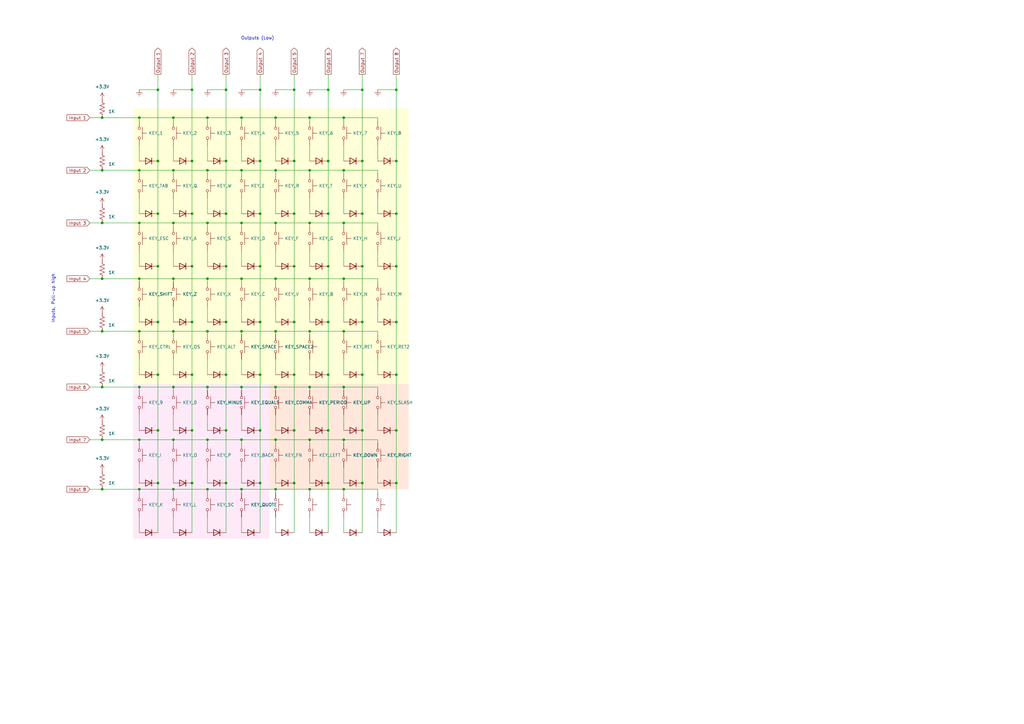
<source format=kicad_sch>
(kicad_sch (version 20250114) (generator "eeschema") (generator_version "9.0")
  (paper "A3")
  (title_block (title "8x8 (Logical) Matrix View"))
  (rectangle (start 110.49 157.48) (end 167.64 200.66) (stroke (width -0.0001)) (fill (type color) (color 255 106 27 0.16)))
  (rectangle (start 54.61 157.48) (end 110.49 220.98) (stroke (width -0.0001)) (fill (type color) (color 239 32 177 0.1)))
  (rectangle (start 54.61 44.45) (end 167.64 157.48) (stroke (width -0.0001)) (fill (type color) (color 255 253 7 0.16)))
  (text "Outputs (Low)" (at 105.664 15.748 0) (effects (font (size 1.27 1.27))))
  (text "Inputs, Pull-up high" (at 21.844 122.428 90) (effects (font (size 1.27 1.27))))
  (junction (at 134.62 198.12))
  (junction (at 148.59 176.53))
  (junction (at 57.15 200.66))
  (junction (at 71.12 180.34))
  (junction (at 99.06 69.85))
  (junction (at 148.59 109.22))
  (junction (at 64.77 36.83))
  (junction (at 64.77 198.12))
  (junction (at 57.15 180.34))
  (junction (at 64.77 153.67))
  (junction (at 92.71 109.22))
  (junction (at 162.56 176.53))
  (junction (at 127 114.3))
  (junction (at 85.09 135.89))
  (junction (at 134.62 132.08))
  (junction (at 134.62 87.63))
  (junction (at 148.59 198.12))
  (junction (at 41.91 114.3))
  (junction (at 41.91 135.89))
  (junction (at 57.15 91.44))
  (junction (at 127 180.34))
  (junction (at 99.06 180.34))
  (junction (at 106.68 198.12))
  (junction (at 127 135.89))
  (junction (at 120.65 36.83))
  (junction (at 85.09 48.26))
  (junction (at 162.56 87.63))
  (junction (at 113.03 48.26))
  (junction (at 41.91 91.44))
  (junction (at 148.59 66.04))
  (junction (at 41.91 69.85))
  (junction (at 85.09 158.75))
  (junction (at 64.77 87.63))
  (junction (at 127 48.26))
  (junction (at 99.06 158.75))
  (junction (at 134.62 153.67))
  (junction (at 127 158.75))
  (junction (at 92.71 87.63))
  (junction (at 140.97 91.44))
  (junction (at 64.77 132.08))
  (junction (at 71.12 135.89))
  (junction (at 85.09 114.3))
  (junction (at 78.74 153.67))
  (junction (at 71.12 69.85))
  (junction (at 113.03 180.34))
  (junction (at 127 200.66))
  (junction (at 113.03 91.44))
  (junction (at 120.65 87.63))
  (junction (at 41.91 158.75))
  (junction (at 57.15 48.26))
  (junction (at 148.59 132.08))
  (junction (at 162.56 66.04))
  (junction (at 106.68 132.08))
  (junction (at 162.56 198.12))
  (junction (at 99.06 135.89))
  (junction (at 41.91 180.34))
  (junction (at 148.59 153.67))
  (junction (at 106.68 66.04))
  (junction (at 64.77 109.22))
  (junction (at 85.09 91.44))
  (junction (at 64.77 176.53))
  (junction (at 120.65 66.04))
  (junction (at 140.97 69.85))
  (junction (at 140.97 200.66))
  (junction (at 106.68 109.22))
  (junction (at 140.97 114.3))
  (junction (at 113.03 135.89))
  (junction (at 120.65 109.22))
  (junction (at 134.62 109.22))
  (junction (at 120.65 132.08))
  (junction (at 85.09 200.66))
  (junction (at 127 69.85))
  (junction (at 78.74 132.08))
  (junction (at 113.03 200.66))
  (junction (at 140.97 48.26))
  (junction (at 99.06 48.26))
  (junction (at 113.03 158.75))
  (junction (at 78.74 36.83))
  (junction (at 134.62 176.53))
  (junction (at 92.71 176.53))
  (junction (at 120.65 153.67))
  (junction (at 140.97 158.75))
  (junction (at 127 91.44))
  (junction (at 106.68 176.53))
  (junction (at 162.56 132.08))
  (junction (at 92.71 198.12))
  (junction (at 140.97 180.34))
  (junction (at 92.71 153.67))
  (junction (at 85.09 69.85))
  (junction (at 78.74 66.04))
  (junction (at 64.77 66.04))
  (junction (at 78.74 109.22))
  (junction (at 41.91 48.26))
  (junction (at 106.68 153.67))
  (junction (at 71.12 114.3))
  (junction (at 113.03 69.85))
  (junction (at 78.74 87.63))
  (junction (at 57.15 135.89))
  (junction (at 162.56 36.83))
  (junction (at 99.06 114.3))
  (junction (at 57.15 158.75))
  (junction (at 92.71 132.08))
  (junction (at 106.68 36.83))
  (junction (at 71.12 91.44))
  (junction (at 120.65 198.12))
  (junction (at 120.65 176.53))
  (junction (at 57.15 69.85))
  (junction (at 134.62 36.83))
  (junction (at 85.09 180.34))
  (junction (at 106.68 87.63))
  (junction (at 148.59 87.63))
  (junction (at 71.12 158.75))
  (junction (at 71.12 200.66))
  (junction (at 92.71 66.04))
  (junction (at 99.06 200.66))
  (junction (at 113.03 114.3))
  (junction (at 99.06 91.44))
  (junction (at 78.74 176.53))
  (junction (at 41.91 200.66))
  (junction (at 148.59 36.83))
  (junction (at 162.56 153.67))
  (junction (at 92.71 36.83))
  (junction (at 134.62 66.04))
  (junction (at 140.97 135.89))
  (junction (at 162.56 109.22))
  (junction (at 57.15 114.3))
  (junction (at 71.12 48.26))
  (junction (at 78.74 198.12))
  (wire (pts (xy 154.94 92.71) (xy 154.94 91.44)))
  (wire (pts (xy 154.94 181.61) (xy 154.94 180.34)))
  (wire (pts (xy 85.09 115.57) (xy 85.09 114.3)))
  (wire (pts (xy 162.56 30.48) (xy 162.56 36.83)))
  (wire (pts (xy 99.06 36.83) (xy 106.68 36.83)))
  (wire (pts (xy 154.94 160.02) (xy 154.94 158.75)))
  (wire (pts (xy 85.09 69.85) (xy 99.06 69.85)))
  (wire (pts (xy 120.65 132.08) (xy 120.65 153.67)))
  (wire (pts (xy 64.77 153.67) (xy 64.77 176.53)))
  (wire (pts (xy 154.94 87.63) (xy 154.94 81.28)))
  (wire (pts (xy 127 91.44) (xy 140.97 91.44)))
  (wire (pts (xy 99.06 198.12) (xy 99.06 191.77)))
  (wire (pts (xy 106.68 66.04) (xy 106.68 87.63)))
  (wire (pts (xy 148.59 132.08) (xy 148.59 153.67)))
  (wire (pts (xy 154.94 49.53) (xy 154.94 48.26)))
  (wire (pts (xy 99.06 66.04) (xy 99.06 59.69)))
  (wire (pts (xy 41.91 69.85) (xy 57.15 69.85)))
  (wire (pts (xy 127 158.75) (xy 140.97 158.75)))
  (wire (pts (xy 36.83 180.34) (xy 41.91 180.34)))
  (wire (pts (xy 92.71 153.67) (xy 92.71 176.53)))
  (wire (pts (xy 78.74 109.22) (xy 78.74 132.08)))
  (wire (pts (xy 85.09 114.3) (xy 99.06 114.3)))
  (wire (pts (xy 57.15 201.93) (xy 57.15 200.66)))
  (wire (pts (xy 127 132.08) (xy 127 125.73)))
  (wire (pts (xy 99.06 158.75) (xy 113.03 158.75)))
  (wire (pts (xy 85.09 66.04) (xy 85.09 59.69)))
  (wire (pts (xy 140.97 36.83) (xy 148.59 36.83)))
  (wire (pts (xy 148.59 198.12) (xy 148.59 218.44)))
  (wire (pts (xy 113.03 114.3) (xy 127 114.3)))
  (wire (pts (xy 78.74 198.12) (xy 78.74 218.44)))
  (wire (pts (xy 57.15 153.67) (xy 57.15 147.32)))
  (wire (pts (xy 140.97 180.34) (xy 154.94 180.34)))
  (wire (pts (xy 113.03 91.44) (xy 127 91.44)))
  (wire (pts (xy 71.12 132.08) (xy 71.12 125.73)))
  (wire (pts (xy 99.06 135.89) (xy 113.03 135.89)))
  (wire (pts (xy 41.91 91.44) (xy 57.15 91.44)))
  (wire (pts (xy 113.03 92.71) (xy 113.03 91.44)))
  (wire (pts (xy 134.62 176.53) (xy 134.62 198.12)))
  (wire (pts (xy 127 36.83) (xy 134.62 36.83)))
  (wire (pts (xy 154.94 115.57) (xy 154.94 114.3)))
  (wire (pts (xy 140.97 48.26) (xy 154.94 48.26)))
  (wire (pts (xy 162.56 132.08) (xy 162.56 153.67)))
  (wire (pts (xy 85.09 71.12) (xy 85.09 69.85)))
  (wire (pts (xy 140.97 135.89) (xy 154.94 135.89)))
  (wire (pts (xy 154.94 132.08) (xy 154.94 125.73)))
  (wire (pts (xy 92.71 109.22) (xy 92.71 132.08)))
  (wire (pts (xy 134.62 132.08) (xy 134.62 153.67)))
  (wire (pts (xy 85.09 36.83) (xy 92.71 36.83)))
  (wire (pts (xy 154.94 198.12) (xy 154.94 191.77)))
  (wire (pts (xy 140.97 91.44) (xy 154.94 91.44)))
  (wire (pts (xy 57.15 158.75) (xy 71.12 158.75)))
  (wire (pts (xy 113.03 36.83) (xy 120.65 36.83)))
  (wire (pts (xy 134.62 109.22) (xy 134.62 132.08)))
  (wire (pts (xy 154.94 218.44) (xy 154.94 212.09)))
  (wire (pts (xy 113.03 160.02) (xy 113.03 158.75)))
  (wire (pts (xy 36.83 48.26) (xy 41.91 48.26)))
  (wire (pts (xy 57.15 66.04) (xy 57.15 59.69)))
  (wire (pts (xy 127 153.67) (xy 127 147.32)))
  (wire (pts (xy 113.03 153.67) (xy 113.03 147.32)))
  (wire (pts (xy 71.12 71.12) (xy 71.12 69.85)))
  (wire (pts (xy 140.97 132.08) (xy 140.97 125.73)))
  (wire (pts (xy 57.15 48.26) (xy 71.12 48.26)))
  (wire (pts (xy 85.09 218.44) (xy 85.09 212.09)))
  (wire (pts (xy 140.97 66.04) (xy 140.97 59.69)))
  (wire (pts (xy 148.59 153.67) (xy 148.59 176.53)))
  (wire (pts (xy 57.15 114.3) (xy 71.12 114.3)))
  (wire (pts (xy 140.97 137.16) (xy 140.97 135.89)))
  (wire (pts (xy 92.71 30.48) (xy 92.71 36.83)))
  (wire (pts (xy 36.83 91.44) (xy 41.91 91.44)))
  (wire (pts (xy 127 87.63) (xy 127 81.28)))
  (wire (pts (xy 127 181.61) (xy 127 180.34)))
  (wire (pts (xy 113.03 135.89) (xy 127 135.89)))
  (wire (pts (xy 85.09 87.63) (xy 85.09 81.28)))
  (wire (pts (xy 99.06 176.53) (xy 99.06 170.18)))
  (wire (pts (xy 78.74 132.08) (xy 78.74 153.67)))
  (wire (pts (xy 99.06 153.67) (xy 99.06 147.32)))
  (wire (pts (xy 57.15 180.34) (xy 71.12 180.34)))
  (wire (pts (xy 71.12 135.89) (xy 85.09 135.89)))
  (wire (pts (xy 92.71 176.53) (xy 92.71 198.12)))
  (wire (pts (xy 127 176.53) (xy 127 170.18)))
  (wire (pts (xy 36.83 158.75) (xy 41.91 158.75)))
  (wire (pts (xy 127 198.12) (xy 127 191.77)))
  (wire (pts (xy 85.09 176.53) (xy 85.09 170.18)))
  (wire (pts (xy 148.59 36.83) (xy 148.59 66.04)))
  (wire (pts (xy 113.03 198.12) (xy 113.03 191.77)))
  (wire (pts (xy 85.09 48.26) (xy 99.06 48.26)))
  (wire (pts (xy 140.97 109.22) (xy 140.97 102.87)))
  (wire (pts (xy 41.91 180.34) (xy 57.15 180.34)))
  (wire (pts (xy 99.06 114.3) (xy 113.03 114.3)))
  (wire (pts (xy 154.94 137.16) (xy 154.94 135.89)))
  (wire (pts (xy 113.03 201.93) (xy 113.03 200.66)))
  (wire (pts (xy 148.59 176.53) (xy 148.59 198.12)))
  (wire (pts (xy 113.03 200.66) (xy 127 200.66)))
  (wire (pts (xy 36.83 200.66) (xy 41.91 200.66)))
  (wire (pts (xy 57.15 49.53) (xy 57.15 48.26)))
  (wire (pts (xy 113.03 49.53) (xy 113.03 48.26)))
  (wire (pts (xy 71.12 115.57) (xy 71.12 114.3)))
  (wire (pts (xy 127 69.85) (xy 140.97 69.85)))
  (wire (pts (xy 106.68 153.67) (xy 106.68 176.53)))
  (wire (pts (xy 140.97 69.85) (xy 154.94 69.85)))
  (wire (pts (xy 154.94 71.12) (xy 154.94 69.85)))
  (wire (pts (xy 99.06 132.08) (xy 99.06 125.73)))
  (wire (pts (xy 99.06 69.85) (xy 113.03 69.85)))
  (wire (pts (xy 85.09 135.89) (xy 99.06 135.89)))
  (wire (pts (xy 71.12 200.66) (xy 85.09 200.66)))
  (wire (pts (xy 113.03 176.53) (xy 113.03 170.18)))
  (wire (pts (xy 85.09 158.75) (xy 99.06 158.75)))
  (wire (pts (xy 57.15 109.22) (xy 57.15 102.87)))
  (wire (pts (xy 120.65 87.63) (xy 120.65 109.22)))
  (wire (pts (xy 127 48.26) (xy 140.97 48.26)))
  (wire (pts (xy 120.65 198.12) (xy 120.65 218.44)))
  (wire (pts (xy 113.03 109.22) (xy 113.03 102.87)))
  (wire (pts (xy 99.06 91.44) (xy 113.03 91.44)))
  (wire (pts (xy 99.06 87.63) (xy 99.06 81.28)))
  (wire (pts (xy 92.71 87.63) (xy 92.71 109.22)))
  (wire (pts (xy 71.12 137.16) (xy 71.12 135.89)))
  (wire (pts (xy 106.68 109.22) (xy 106.68 132.08)))
  (wire (pts (xy 64.77 109.22) (xy 64.77 132.08)))
  (wire (pts (xy 85.09 198.12) (xy 85.09 191.77)))
  (wire (pts (xy 140.97 218.44) (xy 140.97 212.09)))
  (wire (pts (xy 154.94 109.22) (xy 154.94 102.87)))
  (wire (pts (xy 57.15 218.44) (xy 57.15 212.09)))
  (wire (pts (xy 140.97 158.75) (xy 154.94 158.75)))
  (wire (pts (xy 162.56 87.63) (xy 162.56 109.22)))
  (wire (pts (xy 120.65 153.67) (xy 120.65 176.53)))
  (wire (pts (xy 134.62 153.67) (xy 134.62 176.53)))
  (wire (pts (xy 140.97 160.02) (xy 140.97 158.75)))
  (wire (pts (xy 140.97 71.12) (xy 140.97 69.85)))
  (wire (pts (xy 85.09 109.22) (xy 85.09 102.87)))
  (wire (pts (xy 71.12 201.93) (xy 71.12 200.66)))
  (wire (pts (xy 64.77 176.53) (xy 64.77 198.12)))
  (wire (pts (xy 140.97 176.53) (xy 140.97 170.18)))
  (wire (pts (xy 78.74 66.04) (xy 78.74 87.63)))
  (wire (pts (xy 71.12 66.04) (xy 71.12 59.69)))
  (wire (pts (xy 120.65 176.53) (xy 120.65 198.12)))
  (wire (pts (xy 127 114.3) (xy 140.97 114.3)))
  (wire (pts (xy 113.03 66.04) (xy 113.03 59.69)))
  (wire (pts (xy 85.09 137.16) (xy 85.09 135.89)))
  (wire (pts (xy 106.68 36.83) (xy 106.68 66.04)))
  (wire (pts (xy 57.15 132.08) (xy 57.15 125.73)))
  (wire (pts (xy 92.71 198.12) (xy 92.71 218.44)))
  (wire (pts (xy 92.71 66.04) (xy 92.71 87.63)))
  (wire (pts (xy 99.06 48.26) (xy 113.03 48.26)))
  (wire (pts (xy 99.06 92.71) (xy 99.06 91.44)))
  (wire (pts (xy 127 135.89) (xy 140.97 135.89)))
  (wire (pts (xy 127 137.16) (xy 127 135.89)))
  (wire (pts (xy 154.94 153.67) (xy 154.94 147.32)))
  (wire (pts (xy 162.56 66.04) (xy 162.56 87.63)))
  (wire (pts (xy 71.12 69.85) (xy 85.09 69.85)))
  (wire (pts (xy 71.12 49.53) (xy 71.12 48.26)))
  (wire (pts (xy 134.62 36.83) (xy 134.62 66.04)))
  (wire (pts (xy 162.56 36.83) (xy 162.56 66.04)))
  (wire (pts (xy 140.97 114.3) (xy 154.94 114.3)))
  (wire (pts (xy 57.15 176.53) (xy 57.15 170.18)))
  (wire (pts (xy 154.94 201.93) (xy 154.94 200.66)))
  (wire (pts (xy 113.03 71.12) (xy 113.03 69.85)))
  (wire (pts (xy 127 218.44) (xy 127 212.09)))
  (wire (pts (xy 64.77 30.48) (xy 64.77 36.83)))
  (wire (pts (xy 57.15 71.12) (xy 57.15 69.85)))
  (wire (pts (xy 57.15 181.61) (xy 57.15 180.34)))
  (wire (pts (xy 57.15 87.63) (xy 57.15 81.28)))
  (wire (pts (xy 99.06 181.61) (xy 99.06 180.34)))
  (wire (pts (xy 57.15 91.44) (xy 71.12 91.44)))
  (wire (pts (xy 85.09 160.02) (xy 85.09 158.75)))
  (wire (pts (xy 36.83 69.85) (xy 41.91 69.85)))
  (wire (pts (xy 140.97 49.53) (xy 140.97 48.26)))
  (wire (pts (xy 140.97 200.66) (xy 154.94 200.66)))
  (wire (pts (xy 99.06 137.16) (xy 99.06 135.89)))
  (wire (pts (xy 57.15 92.71) (xy 57.15 91.44)))
  (wire (pts (xy 41.91 114.3) (xy 57.15 114.3)))
  (wire (pts (xy 99.06 180.34) (xy 113.03 180.34)))
  (wire (pts (xy 57.15 36.83) (xy 64.77 36.83)))
  (wire (pts (xy 57.15 135.89) (xy 71.12 135.89)))
  (wire (pts (xy 99.06 201.93) (xy 99.06 200.66)))
  (wire (pts (xy 113.03 181.61) (xy 113.03 180.34)))
  (wire (pts (xy 85.09 91.44) (xy 99.06 91.44)))
  (wire (pts (xy 148.59 66.04) (xy 148.59 87.63)))
  (wire (pts (xy 92.71 132.08) (xy 92.71 153.67)))
  (wire (pts (xy 41.91 200.66) (xy 57.15 200.66)))
  (wire (pts (xy 148.59 30.48) (xy 148.59 36.83)))
  (wire (pts (xy 127 115.57) (xy 127 114.3)))
  (wire (pts (xy 127 201.93) (xy 127 200.66)))
  (wire (pts (xy 64.77 132.08) (xy 64.77 153.67)))
  (wire (pts (xy 106.68 132.08) (xy 106.68 153.67)))
  (wire (pts (xy 57.15 115.57) (xy 57.15 114.3)))
  (wire (pts (xy 148.59 109.22) (xy 148.59 132.08)))
  (wire (pts (xy 78.74 87.63) (xy 78.74 109.22)))
  (wire (pts (xy 36.83 114.3) (xy 41.91 114.3)))
  (wire (pts (xy 162.56 153.67) (xy 162.56 176.53)))
  (wire (pts (xy 134.62 198.12) (xy 134.62 218.44)))
  (wire (pts (xy 120.65 30.48) (xy 120.65 36.83)))
  (wire (pts (xy 99.06 115.57) (xy 99.06 114.3)))
  (wire (pts (xy 57.15 69.85) (xy 71.12 69.85)))
  (wire (pts (xy 154.94 176.53) (xy 154.94 170.18)))
  (wire (pts (xy 113.03 218.44) (xy 113.03 212.09)))
  (wire (pts (xy 106.68 87.63) (xy 106.68 109.22)))
  (wire (pts (xy 85.09 181.61) (xy 85.09 180.34)))
  (wire (pts (xy 64.77 198.12) (xy 64.77 218.44)))
  (wire (pts (xy 71.12 153.67) (xy 71.12 147.32)))
  (wire (pts (xy 99.06 218.44) (xy 99.06 212.09)))
  (wire (pts (xy 85.09 49.53) (xy 85.09 48.26)))
  (wire (pts (xy 71.12 114.3) (xy 85.09 114.3)))
  (wire (pts (xy 113.03 132.08) (xy 113.03 125.73)))
  (wire (pts (xy 134.62 66.04) (xy 134.62 87.63)))
  (wire (pts (xy 71.12 109.22) (xy 71.12 102.87)))
  (wire (pts (xy 71.12 198.12) (xy 71.12 191.77)))
  (wire (pts (xy 120.65 109.22) (xy 120.65 132.08)))
  (wire (pts (xy 85.09 153.67) (xy 85.09 147.32)))
  (wire (pts (xy 85.09 201.93) (xy 85.09 200.66)))
  (wire (pts (xy 113.03 48.26) (xy 127 48.26)))
  (wire (pts (xy 85.09 132.08) (xy 85.09 125.73)))
  (wire (pts (xy 85.09 92.71) (xy 85.09 91.44)))
  (wire (pts (xy 99.06 200.66) (xy 113.03 200.66)))
  (wire (pts (xy 140.97 115.57) (xy 140.97 114.3)))
  (wire (pts (xy 41.91 48.26) (xy 57.15 48.26)))
  (wire (pts (xy 113.03 69.85) (xy 127 69.85)))
  (wire (pts (xy 71.12 91.44) (xy 85.09 91.44)))
  (wire (pts (xy 99.06 109.22) (xy 99.06 102.87)))
  (wire (pts (xy 127 66.04) (xy 127 59.69)))
  (wire (pts (xy 57.15 137.16) (xy 57.15 135.89)))
  (wire (pts (xy 113.03 87.63) (xy 113.03 81.28)))
  (wire (pts (xy 71.12 158.75) (xy 85.09 158.75)))
  (wire (pts (xy 127 160.02) (xy 127 158.75)))
  (wire (pts (xy 140.97 198.12) (xy 140.97 191.77)))
  (wire (pts (xy 99.06 71.12) (xy 99.06 69.85)))
  (wire (pts (xy 140.97 181.61) (xy 140.97 180.34)))
  (wire (pts (xy 41.91 135.89) (xy 57.15 135.89)))
  (wire (pts (xy 162.56 109.22) (xy 162.56 132.08)))
  (wire (pts (xy 85.09 200.66) (xy 99.06 200.66)))
  (wire (pts (xy 127 200.66) (xy 140.97 200.66)))
  (wire (pts (xy 113.03 115.57) (xy 113.03 114.3)))
  (wire (pts (xy 113.03 137.16) (xy 113.03 135.89)))
  (wire (pts (xy 134.62 30.48) (xy 134.62 36.83)))
  (wire (pts (xy 127 71.12) (xy 127 69.85)))
  (wire (pts (xy 71.12 92.71) (xy 71.12 91.44)))
  (wire (pts (xy 78.74 153.67) (xy 78.74 176.53)))
  (wire (pts (xy 140.97 153.67) (xy 140.97 147.32)))
  (wire (pts (xy 127 92.71) (xy 127 91.44)))
  (wire (pts (xy 134.62 87.63) (xy 134.62 109.22)))
  (wire (pts (xy 57.15 200.66) (xy 71.12 200.66)))
  (wire (pts (xy 127 109.22) (xy 127 102.87)))
  (wire (pts (xy 106.68 30.48) (xy 106.68 36.83)))
  (wire (pts (xy 127 49.53) (xy 127 48.26)))
  (wire (pts (xy 113.03 180.34) (xy 127 180.34)))
  (wire (pts (xy 127 180.34) (xy 140.97 180.34)))
  (wire (pts (xy 36.83 135.89) (xy 41.91 135.89)))
  (wire (pts (xy 162.56 176.53) (xy 162.56 198.12)))
  (wire (pts (xy 57.15 198.12) (xy 57.15 191.77)))
  (wire (pts (xy 41.91 158.75) (xy 57.15 158.75)))
  (wire (pts (xy 57.15 160.02) (xy 57.15 158.75)))
  (wire (pts (xy 106.68 176.53) (xy 106.68 198.12)))
  (wire (pts (xy 78.74 30.48) (xy 78.74 36.83)))
  (wire (pts (xy 113.03 158.75) (xy 127 158.75)))
  (wire (pts (xy 154.94 36.83) (xy 162.56 36.83)))
  (wire (pts (xy 148.59 87.63) (xy 148.59 109.22)))
  (wire (pts (xy 64.77 66.04) (xy 64.77 87.63)))
  (wire (pts (xy 120.65 66.04) (xy 120.65 87.63)))
  (wire (pts (xy 71.12 36.83) (xy 78.74 36.83)))
  (wire (pts (xy 71.12 87.63) (xy 71.12 81.28)))
  (wire (pts (xy 71.12 176.53) (xy 71.12 170.18)))
  (wire (pts (xy 85.09 180.34) (xy 99.06 180.34)))
  (wire (pts (xy 106.68 198.12) (xy 106.68 218.44)))
  (wire (pts (xy 120.65 36.83) (xy 120.65 66.04)))
  (wire (pts (xy 64.77 87.63) (xy 64.77 109.22)))
  (wire (pts (xy 99.06 160.02) (xy 99.06 158.75)))
  (wire (pts (xy 78.74 176.53) (xy 78.74 198.12)))
  (wire (pts (xy 71.12 160.02) (xy 71.12 158.75)))
  (wire (pts (xy 140.97 201.93) (xy 140.97 200.66)))
  (wire (pts (xy 154.94 66.04) (xy 154.94 59.69)))
  (wire (pts (xy 71.12 180.34) (xy 85.09 180.34)))
  (wire (pts (xy 78.74 36.83) (xy 78.74 66.04)))
  (wire (pts (xy 140.97 92.71) (xy 140.97 91.44)))
  (wire (pts (xy 71.12 48.26) (xy 85.09 48.26)))
  (wire (pts (xy 162.56 198.12) (xy 162.56 218.44)))
  (wire (pts (xy 71.12 181.61) (xy 71.12 180.34)))
  (wire (pts (xy 71.12 218.44) (xy 71.12 212.09)))
  (wire (pts (xy 64.77 36.83) (xy 64.77 66.04)))
  (wire (pts (xy 99.06 49.53) (xy 99.06 48.26)))
  (wire (pts (xy 92.71 36.83) (xy 92.71 66.04)))
  (wire (pts (xy 140.97 87.63) (xy 140.97 81.28)))
  (global_label "Output 6" (shape output) (at 134.62 30.48 90) (property "Intersheetrefs" "${INTERSHEET_REFS}" (effects (hide yes))))
  (global_label "Input 4" (shape input) (at 36.83 114.3 180) (property "Intersheetrefs" "${INTERSHEET_REFS}" (effects (hide yes))))
  (global_label "Input 1" (shape input) (at 36.83 48.26 180) (property "Intersheetrefs" "${INTERSHEET_REFS}" (effects (hide yes))))
  (global_label "Input 7" (shape input) (at 36.83 180.34 180) (property "Intersheetrefs" "${INTERSHEET_REFS}" (effects (hide yes))))
  (global_label "Input 8" (shape input) (at 36.83 200.66 180) (property "Intersheetrefs" "${INTERSHEET_REFS}" (effects (hide yes))))
  (global_label "Input 2" (shape input) (at 36.83 69.85 180) (property "Intersheetrefs" "${INTERSHEET_REFS}" (effects (hide yes))))
  (global_label "Output 2" (shape output) (at 78.74 30.48 90) (property "Intersheetrefs" "${INTERSHEET_REFS}" (effects (hide yes))))
  (global_label "Output 4" (shape output) (at 106.68 30.48 90) (property "Intersheetrefs" "${INTERSHEET_REFS}" (effects (hide yes))))
  (global_label "Output 5" (shape output) (at 120.65 30.48 90) (property "Intersheetrefs" "${INTERSHEET_REFS}" (effects (hide yes))))
  (global_label "Input 6" (shape input) (at 36.83 158.75 180) (property "Intersheetrefs" "${INTERSHEET_REFS}" (effects (hide yes))))
  (global_label "Input 3" (shape input) (at 36.83 91.44 180) (property "Intersheetrefs" "${INTERSHEET_REFS}" (effects (hide yes))))
  (global_label "Input 5" (shape input) (at 36.83 135.89 180) (property "Intersheetrefs" "${INTERSHEET_REFS}" (effects (hide yes))))
  (global_label "Output 3" (shape output) (at 92.71 30.48 90) (property "Intersheetrefs" "${INTERSHEET_REFS}" (effects (hide yes))))
  (global_label "Output 8" (shape output) (at 162.56 30.48 90) (property "Intersheetrefs" "${INTERSHEET_REFS}" (effects (hide yes))))
  (global_label "Output 7" (shape output) (at 148.59 30.48 90) (property "Intersheetrefs" "${INTERSHEET_REFS}" (effects (hide yes))))
  (global_label "Output 1" (shape output) (at 64.77 30.48 90) (property "Intersheetrefs" "${INTERSHEET_REFS}" (effects (hide yes))))
  (symbol (lib_id "Switch:SW_Push") (at 99.06 165.1 270) (unit 1)
    (property "Reference" "KEY_EQUALS" (at 102.87 165.0999 90) (effects (justify left)))
    (property "Value" "SW_Push" (effects (hide yes)))
    (property "Description" "Push button switch, generic, two pins" (effects (hide yes)))
  )
  (symbol (lib_id "power:+3.3V") (at 41.91 128.27 0) (unit 1)
    (property "Reference" "#PWR05" (effects (hide yes)))
    (property "Value" "+3.3V" (at 41.91 123.19 0))
    (property "Description" "Power symbol creates a global label with name \"+3.3V\"" (effects (hide yes)))
  )
  (symbol (lib_id "Switch:SW_Push") (at 113.03 120.65 270) (unit 1)
    (property "Reference" "KEY_V" (at 116.84 120.6499 90) (effects (justify left)))
    (property "Value" "SW_Push" (effects (hide yes)))
    (property "Description" "Push button switch, generic, two pins" (effects (hide yes)))
  )
  (symbol (lib_id "Device:D") (at 158.75 153.67 180) (unit 1)
    (property "Reference" "D40" (effects (hide yes)))
    (property "Value" "D" (effects (hide yes)))
    (property "Description" "Diode" (effects (hide yes)))
    (property "Sim.Device" "D" (effects (hide yes)))
    (property "Sim.Pins" "1=K 2=A" (effects (hide yes)))
  )
  (symbol (lib_id "Device:D") (at 116.84 132.08 180) (unit 1)
    (property "Reference" "D29" (effects (hide yes)))
    (property "Value" "D" (effects (hide yes)))
    (property "Description" "Diode" (effects (hide yes)))
    (property "Sim.Device" "D" (effects (hide yes)))
    (property "Sim.Pins" "1=K 2=A" (effects (hide yes)))
  )
  (symbol (lib_id "Device:D") (at 102.87 87.63 180) (unit 1)
    (property "Reference" "D12" (effects (hide yes)))
    (property "Value" "D" (effects (hide yes)))
    (property "Description" "Diode" (effects (hide yes)))
    (property "Sim.Device" "D" (effects (hide yes)))
    (property "Sim.Pins" "1=K 2=A" (effects (hide yes)))
  )
  (symbol (lib_id "Switch:SW_Push") (at 71.12 207.01 270) (unit 1)
    (property "Reference" "KEY_L" (at 74.93 207.0099 90) (effects (justify left)))
    (property "Value" "SW_Push" (effects (hide yes)))
    (property "Description" "Push button switch, generic, two pins" (effects (hide yes)))
  )
  (symbol (lib_id "Device:D") (at 130.81 218.44 180) (unit 1)
    (property "Reference" "D62" (effects (hide yes)))
    (property "Value" "D" (effects (hide yes)))
    (property "Description" "Diode" (effects (hide yes)))
    (property "Sim.Device" "D" (effects (hide yes)))
    (property "Sim.Pins" "1=K 2=A" (effects (hide yes)))
  )
  (symbol (lib_id "Device:D") (at 102.87 153.67 180) (unit 1)
    (property "Reference" "D36" (effects (hide yes)))
    (property "Value" "D" (effects (hide yes)))
    (property "Description" "Diode" (effects (hide yes)))
    (property "Sim.Device" "D" (effects (hide yes)))
    (property "Sim.Pins" "1=K 2=A" (effects (hide yes)))
  )
  (symbol (lib_id "Switch:SW_Push") (at 85.09 165.1 270) (unit 1)
    (property "Reference" "KEY_MINUS" (at 88.9 165.0999 90) (effects (justify left)))
    (property "Value" "SW_Push" (effects (hide yes)))
    (property "Description" "Push button switch, generic, two pins" (effects (hide yes)))
  )
  (symbol (lib_id "Switch:SW_Push") (at 140.97 165.1 270) (unit 1)
    (property "Reference" "KEY_UP" (at 144.78 165.0999 90) (effects (justify left)))
    (property "Value" "SW_Push" (effects (hide yes)))
    (property "Description" "Push button switch, generic, two pins" (effects (hide yes)))
  )
  (symbol (lib_id "Device:D") (at 88.9 176.53 180) (unit 1)
    (property "Reference" "D43" (effects (hide yes)))
    (property "Value" "D" (effects (hide yes)))
    (property "Description" "Diode" (effects (hide yes)))
    (property "Sim.Device" "D" (effects (hide yes)))
    (property "Sim.Pins" "1=K 2=A" (effects (hide yes)))
  )
  (symbol (lib_id "Switch:SW_Push") (at 154.94 54.61 270) (unit 1)
    (property "Reference" "KEY_8" (at 158.75 54.6099 90) (effects (justify left)))
    (property "Value" "SW_Push" (effects (hide yes)))
    (property "Description" "Push button switch, generic, two pins" (effects (hide yes)))
  )
  (symbol (lib_id "Device:D") (at 130.81 87.63 180) (unit 1)
    (property "Reference" "D14" (effects (hide yes)))
    (property "Value" "D" (effects (hide yes)))
    (property "Description" "Diode" (effects (hide yes)))
    (property "Sim.Device" "D" (effects (hide yes)))
    (property "Sim.Pins" "1=K 2=A" (effects (hide yes)))
  )
  (symbol (lib_id "Switch:SW_Push") (at 127 120.65 270) (unit 1)
    (property "Reference" "KEY_B" (at 130.81 120.6499 90) (effects (justify left)))
    (property "Value" "SW_Push" (effects (hide yes)))
    (property "Description" "Push button switch, generic, two pins" (effects (hide yes)))
  )
  (symbol (lib_id "Switch:SW_Push") (at 71.12 54.61 270) (unit 1)
    (property "Reference" "KEY_2" (at 74.93 54.6099 90) (effects (justify left)))
    (property "Value" "SW_Push" (effects (hide yes)))
    (property "Description" "Push button switch, generic, two pins" (effects (hide yes)))
  )
  (symbol (lib_id "Switch:SW_Push") (at 85.09 76.2 270) (unit 1)
    (property "Reference" "KEY_W" (at 88.9 76.1999 90) (effects (justify left)))
    (property "Value" "SW_Push" (effects (hide yes)))
    (property "Description" "Push button switch, generic, two pins" (effects (hide yes)))
  )
  (symbol (lib_id "Switch:SW_Push") (at 154.94 186.69 270) (unit 1)
    (property "Reference" "KEY_RIGHT" (at 158.75 186.6899 90) (effects (justify left)))
    (property "Value" "SW_Push" (effects (hide yes)))
    (property "Description" "Push button switch, generic, two pins" (effects (hide yes)))
  )
  (symbol (lib_id "power:GNDREF") (at 113.03 36.83 0) (unit 1)
    (property "Reference" "#PWR013" (effects (hide yes)))
    (property "Value" "GNDREF" (effects (hide yes)))
    (property "Description" "Power symbol creates a global label with name \"GNDREF\" , reference supply ground" (effects (hide yes)))
  )
  (symbol (lib_id "Device:D") (at 144.78 176.53 180) (unit 1)
    (property "Reference" "D47" (effects (hide yes)))
    (property "Value" "D" (effects (hide yes)))
    (property "Description" "Diode" (effects (hide yes)))
    (property "Sim.Device" "D" (effects (hide yes)))
    (property "Sim.Pins" "1=K 2=A" (effects (hide yes)))
  )
  (symbol (lib_id "Device:D") (at 88.9 87.63 180) (unit 1)
    (property "Reference" "D11" (effects (hide yes)))
    (property "Value" "D" (effects (hide yes)))
    (property "Description" "Diode" (effects (hide yes)))
    (property "Sim.Device" "D" (effects (hide yes)))
    (property "Sim.Pins" "1=K 2=A" (effects (hide yes)))
  )
  (symbol (lib_id "Device:D") (at 158.75 198.12 180) (unit 1)
    (property "Reference" "D56" (effects (hide yes)))
    (property "Value" "D" (effects (hide yes)))
    (property "Description" "Diode" (effects (hide yes)))
    (property "Sim.Device" "D" (effects (hide yes)))
    (property "Sim.Pins" "1=K 2=A" (effects (hide yes)))
  )
  (symbol (lib_id "Switch:SW_Push") (at 127 142.24 270) (unit 1)
    (property "Reference" "UNUSED" (effects (hide yes)))
    (property "Value" "SW_Push" (effects (hide yes)))
    (property "Description" "Push button switch, generic, two pins" (effects (hide yes)))
  )
  (symbol (lib_id "Device:D") (at 158.75 66.04 180) (unit 1)
    (property "Reference" "D8" (effects (hide yes)))
    (property "Value" "D" (effects (hide yes)))
    (property "Description" "Diode" (effects (hide yes)))
    (property "Sim.Device" "D" (effects (hide yes)))
    (property "Sim.Pins" "1=K 2=A" (effects (hide yes)))
  )
  (symbol (lib_id "Switch:SW_Push") (at 154.94 97.79 270) (unit 1)
    (property "Reference" "KEY_J" (at 158.75 97.7899 90) (effects (justify left)))
    (property "Value" "SW_Push" (effects (hide yes)))
    (property "Description" "Push button switch, generic, two pins" (effects (hide yes)))
  )
  (symbol (lib_id "Device:D") (at 144.78 218.44 180) (unit 1)
    (property "Reference" "D63" (effects (hide yes)))
    (property "Value" "D" (effects (hide yes)))
    (property "Description" "Diode" (effects (hide yes)))
    (property "Sim.Device" "D" (effects (hide yes)))
    (property "Sim.Pins" "1=K 2=A" (effects (hide yes)))
  )
  (symbol (lib_id "Device:D") (at 74.93 109.22 180) (unit 1)
    (property "Reference" "D18" (effects (hide yes)))
    (property "Value" "D" (effects (hide yes)))
    (property "Description" "Diode" (effects (hide yes)))
    (property "Sim.Device" "D" (effects (hide yes)))
    (property "Sim.Pins" "1=K 2=A" (effects (hide yes)))
  )
  (symbol (lib_id "Switch:SW_Push") (at 113.03 207.01 270) (unit 1)
    (property "Reference" "SW61" (effects (hide yes)))
    (property "Value" "SW_Push" (effects (hide yes)))
    (property "Description" "Push button switch, generic, two pins" (effects (hide yes)))
  )
  (symbol (lib_id "Switch:SW_Push") (at 140.97 54.61 270) (unit 1)
    (property "Reference" "KEY_7" (at 144.78 54.6099 90) (effects (justify left)))
    (property "Value" "SW_Push" (effects (hide yes)))
    (property "Description" "Push button switch, generic, two pins" (effects (hide yes)))
  )
  (symbol (lib_id "Device:D") (at 144.78 66.04 180) (unit 1)
    (property "Reference" "D7" (effects (hide yes)))
    (property "Value" "D" (effects (hide yes)))
    (property "Description" "Diode" (effects (hide yes)))
    (property "Sim.Device" "D" (effects (hide yes)))
    (property "Sim.Pins" "1=K 2=A" (effects (hide yes)))
  )
  (symbol (lib_id "Device:D") (at 74.93 218.44 180) (unit 1)
    (property "Reference" "D58" (effects (hide yes)))
    (property "Value" "D" (effects (hide yes)))
    (property "Description" "Diode" (effects (hide yes)))
    (property "Sim.Device" "D" (effects (hide yes)))
    (property "Sim.Pins" "1=K 2=A" (effects (hide yes)))
  )
  (symbol (lib_id "Device:D") (at 116.84 153.67 180) (unit 1)
    (property "Reference" "D37" (effects (hide yes)))
    (property "Value" "D" (effects (hide yes)))
    (property "Description" "Diode" (effects (hide yes)))
    (property "Sim.Device" "D" (effects (hide yes)))
    (property "Sim.Pins" "1=K 2=A" (effects (hide yes)))
  )
  (symbol (lib_id "Switch:SW_Push") (at 154.94 207.01 270) (unit 1)
    (property "Reference" "SW64" (effects (hide yes)))
    (property "Value" "SW_Push" (effects (hide yes)))
    (property "Description" "Push button switch, generic, two pins" (effects (hide yes)))
  )
  (symbol (lib_id "Switch:SW_Push") (at 99.06 120.65 270) (unit 1)
    (property "Reference" "KEY_C" (at 102.87 120.6499 90) (effects (justify left)))
    (property "Value" "SW_Push" (effects (hide yes)))
    (property "Description" "Push button switch, generic, two pins" (effects (hide yes)))
  )
  (symbol (lib_id "Device:D") (at 116.84 198.12 180) (unit 1)
    (property "Reference" "D53" (effects (hide yes)))
    (property "Value" "D" (effects (hide yes)))
    (property "Description" "Diode" (effects (hide yes)))
    (property "Sim.Device" "D" (effects (hide yes)))
    (property "Sim.Pins" "1=K 2=A" (effects (hide yes)))
  )
  (symbol (lib_id "Device:D") (at 60.96 198.12 180) (unit 1)
    (property "Reference" "D49" (effects (hide yes)))
    (property "Value" "D" (effects (hide yes)))
    (property "Description" "Diode" (effects (hide yes)))
    (property "Sim.Device" "D" (effects (hide yes)))
    (property "Sim.Pins" "1=K 2=A" (effects (hide yes)))
  )
  (symbol (lib_id "Switch:SW_Push") (at 140.97 142.24 270) (unit 1)
    (property "Reference" "KEY_RET" (at 144.78 142.2399 90) (effects (justify left)))
    (property "Value" "SW_Push" (effects (hide yes)))
    (property "Description" "Push button switch, generic, two pins" (effects (hide yes)))
  )
  (symbol (lib_id "Device:D") (at 102.87 176.53 180) (unit 1)
    (property "Reference" "D44" (effects (hide yes)))
    (property "Value" "D" (effects (hide yes)))
    (property "Description" "Diode" (effects (hide yes)))
    (property "Sim.Device" "D" (effects (hide yes)))
    (property "Sim.Pins" "1=K 2=A" (effects (hide yes)))
  )
  (symbol (lib_id "Device:D") (at 130.81 198.12 180) (unit 1)
    (property "Reference" "D54" (effects (hide yes)))
    (property "Value" "D" (effects (hide yes)))
    (property "Description" "Diode" (effects (hide yes)))
    (property "Sim.Device" "D" (effects (hide yes)))
    (property "Sim.Pins" "1=K 2=A" (effects (hide yes)))
  )
  (symbol (lib_id "Device:D") (at 88.9 218.44 180) (unit 1)
    (property "Reference" "D59" (effects (hide yes)))
    (property "Value" "D" (effects (hide yes)))
    (property "Description" "Diode" (effects (hide yes)))
    (property "Sim.Device" "D" (effects (hide yes)))
    (property "Sim.Pins" "1=K 2=A" (effects (hide yes)))
  )
  (symbol (lib_id "Device:D") (at 60.96 132.08 180) (unit 1)
    (property "Reference" "D25" (effects (hide yes)))
    (property "Value" "D" (effects (hide yes)))
    (property "Description" "Diode" (effects (hide yes)))
    (property "Sim.Device" "D" (effects (hide yes)))
    (property "Sim.Pins" "1=K 2=A" (effects (hide yes)))
  )
  (symbol (lib_id "power:+3.3V") (at 41.91 172.72 0) (unit 1)
    (property "Reference" "#PWR07" (effects (hide yes)))
    (property "Value" "+3.3V" (at 41.91 167.64 0))
    (property "Description" "Power symbol creates a global label with name \"+3.3V\"" (effects (hide yes)))
  )
  (symbol (lib_id "Switch:SW_Push") (at 71.12 120.65 270) (unit 1)
    (property "Reference" "KEY_Z" (at 74.93 120.6499 90) (effects (justify left)))
    (property "Value" "SW_Push" (effects (hide yes)))
    (property "Description" "Push button switch, generic, two pins" (effects (hide yes)))
  )
  (symbol (lib_id "Device:D") (at 102.87 66.04 180) (unit 1)
    (property "Reference" "D4" (effects (hide yes)))
    (property "Value" "D" (effects (hide yes)))
    (property "Description" "Diode" (effects (hide yes)))
    (property "Sim.Device" "D" (effects (hide yes)))
    (property "Sim.Pins" "1=K 2=A" (effects (hide yes)))
  )
  (symbol (lib_id "Switch:SW_Push") (at 57.15 207.01 270) (unit 1)
    (property "Reference" "KEY_K" (at 60.96 207.0099 90) (effects (justify left)))
    (property "Value" "SW_Push" (effects (hide yes)))
    (property "Description" "Push button switch, generic, two pins" (effects (hide yes)))
  )
  (symbol (lib_id "power:GNDREF") (at 85.09 36.83 0) (unit 1)
    (property "Reference" "#PWR011" (effects (hide yes)))
    (property "Value" "GNDREF" (effects (hide yes)))
    (property "Description" "Power symbol creates a global label with name \"GNDREF\" , reference supply ground" (effects (hide yes)))
  )
  (symbol (lib_id "Switch:SW_Push") (at 154.94 76.2 270) (unit 1)
    (property "Reference" "KEY_U" (at 158.75 76.1999 90) (effects (justify left)))
    (property "Value" "SW_Push" (effects (hide yes)))
    (property "Description" "Push button switch, generic, two pins" (effects (hide yes)))
  )
  (symbol (lib_id "power:GNDREF") (at 71.12 36.83 0) (unit 1)
    (property "Reference" "#PWR010" (effects (hide yes)))
    (property "Value" "GNDREF" (effects (hide yes)))
    (property "Description" "Power symbol creates a global label with name \"GNDREF\" , reference supply ground" (effects (hide yes)))
  )
  (symbol (lib_id "power:GNDREF") (at 57.15 36.83 0) (unit 1)
    (property "Reference" "#PWR09" (effects (hide yes)))
    (property "Value" "GNDREF" (effects (hide yes)))
    (property "Description" "Power symbol creates a global label with name \"GNDREF\" , reference supply ground" (effects (hide yes)))
  )
  (symbol (lib_id "Switch:SW_Push") (at 113.03 165.1 270) (unit 1)
    (property "Reference" "KEY_COMMA" (at 116.84 165.0999 90) (effects (justify left)))
    (property "Value" "SW_Push" (effects (hide yes)))
    (property "Description" "Push button switch, generic, two pins" (effects (hide yes)))
  )
  (symbol (lib_id "Device:D") (at 74.93 198.12 180) (unit 1)
    (property "Reference" "D50" (effects (hide yes)))
    (property "Value" "D" (effects (hide yes)))
    (property "Description" "Diode" (effects (hide yes)))
    (property "Sim.Device" "D" (effects (hide yes)))
    (property "Sim.Pins" "1=K 2=A" (effects (hide yes)))
  )
  (symbol (lib_id "Device:D") (at 158.75 87.63 180) (unit 1)
    (property "Reference" "D16" (effects (hide yes)))
    (property "Value" "D" (effects (hide yes)))
    (property "Description" "Diode" (effects (hide yes)))
    (property "Sim.Device" "D" (effects (hide yes)))
    (property "Sim.Pins" "1=K 2=A" (effects (hide yes)))
  )
  (symbol (lib_id "Device:D") (at 130.81 132.08 180) (unit 1)
    (property "Reference" "D30" (effects (hide yes)))
    (property "Value" "D" (effects (hide yes)))
    (property "Description" "Diode" (effects (hide yes)))
    (property "Sim.Device" "D" (effects (hide yes)))
    (property "Sim.Pins" "1=K 2=A" (effects (hide yes)))
  )
  (symbol (lib_id "Switch:SW_Push") (at 85.09 142.24 270) (unit 1)
    (property "Reference" "KEY_ALT" (at 88.9 142.2399 90) (effects (justify left)))
    (property "Value" "SW_Push" (effects (hide yes)))
    (property "Description" "Push button switch, generic, two pins" (effects (hide yes)))
  )
  (symbol (lib_id "Device:D") (at 74.93 66.04 180) (unit 1)
    (property "Reference" "D2" (effects (hide yes)))
    (property "Value" "D" (effects (hide yes)))
    (property "Description" "Diode" (effects (hide yes)))
    (property "Sim.Device" "D" (effects (hide yes)))
    (property "Sim.Pins" "1=K 2=A" (effects (hide yes)))
  )
  (symbol (lib_id "Device:D") (at 144.78 109.22 180) (unit 1)
    (property "Reference" "D23" (effects (hide yes)))
    (property "Value" "D" (effects (hide yes)))
    (property "Description" "Diode" (effects (hide yes)))
    (property "Sim.Device" "D" (effects (hide yes)))
    (property "Sim.Pins" "1=K 2=A" (effects (hide yes)))
  )
  (symbol (lib_id "Switch:SW_Push") (at 99.06 54.61 270) (unit 1)
    (property "Reference" "KEY_4" (at 102.87 54.6099 90) (effects (justify left)))
    (property "Value" "SW_Push" (effects (hide yes)))
    (property "Description" "Push button switch, generic, two pins" (effects (hide yes)))
  )
  (symbol (lib_id "Device:D") (at 144.78 87.63 180) (unit 1)
    (property "Reference" "D15" (effects (hide yes)))
    (property "Value" "D" (effects (hide yes)))
    (property "Description" "Diode" (effects (hide yes)))
    (property "Sim.Device" "D" (effects (hide yes)))
    (property "Sim.Pins" "1=K 2=A" (effects (hide yes)))
  )
  (symbol (lib_id "Switch:SW_Push") (at 99.06 142.24 270) (unit 1)
    (property "Reference" "KEY_SPACE" (at 102.87 142.2399 90) (effects (justify left)))
    (property "Value" "SW_Push" (effects (hide yes)))
    (property "Description" "Push button switch, generic, two pins" (effects (hide yes)))
  )
  (symbol (lib_id "power:+3.3V") (at 41.91 83.82 0) (unit 1)
    (property "Reference" "#PWR03" (effects (hide yes)))
    (property "Value" "+3.3V" (at 41.91 78.74 0))
    (property "Description" "Power symbol creates a global label with name \"+3.3V\"" (effects (hide yes)))
  )
  (symbol (lib_id "Device:D") (at 60.96 153.67 180) (unit 1)
    (property "Reference" "D33" (effects (hide yes)))
    (property "Value" "D" (effects (hide yes)))
    (property "Description" "Diode" (effects (hide yes)))
    (property "Sim.Device" "D" (effects (hide yes)))
    (property "Sim.Pins" "1=K 2=A" (effects (hide yes)))
  )
  (symbol (lib_id "Switch:SW_Push") (at 113.03 186.69 270) (unit 1)
    (property "Reference" "KEY_FN" (at 116.84 186.6899 90) (effects (justify left)))
    (property "Value" "SW_Push" (effects (hide yes)))
    (property "Description" "Push button switch, generic, two pins" (effects (hide yes)))
  )
  (symbol (lib_id "power:GNDREF") (at 127 36.83 0) (unit 1)
    (property "Reference" "#PWR014" (effects (hide yes)))
    (property "Value" "GNDREF" (effects (hide yes)))
    (property "Description" "Power symbol creates a global label with name \"GNDREF\" , reference supply ground" (effects (hide yes)))
  )
  (symbol (lib_id "Switch:SW_Push") (at 71.12 97.79 270) (unit 1)
    (property "Reference" "KEY_A" (at 74.93 97.7899 90) (effects (justify left)))
    (property "Value" "SW_Push" (effects (hide yes)))
    (property "Description" "Push button switch, generic, two pins" (effects (hide yes)))
  )
  (symbol (lib_id "Switch:SW_Push") (at 57.15 97.79 270) (unit 1)
    (property "Reference" "KEY_ESC" (at 60.96 97.7899 90) (effects (justify left)))
    (property "Value" "SW_Push" (effects (hide yes)))
    (property "Description" "Push button switch, generic, two pins" (effects (hide yes)))
  )
  (symbol (lib_id "Switch:SW_Push") (at 113.03 54.61 270) (unit 1)
    (property "Reference" "KEY_5" (at 116.84 54.6099 90) (effects (justify left)))
    (property "Value" "SW_Push" (effects (hide yes)))
    (property "Description" "Push button switch, generic, two pins" (effects (hide yes)))
  )
  (symbol (lib_id "Device:R_US") (at 41.91 176.53 0) (unit 1)
    (property "Reference" "Pull-Up6" (effects (hide yes)))
    (property "Value" "1K" (at 44.45 177.7999 0) (effects (justify left)))
    (property "Description" "Resistor, US symbol" (effects (hide yes)))
  )
  (symbol (lib_id "Device:D") (at 130.81 66.04 180) (unit 1)
    (property "Reference" "D6" (effects (hide yes)))
    (property "Value" "D" (effects (hide yes)))
    (property "Description" "Diode" (effects (hide yes)))
    (property "Sim.Device" "D" (effects (hide yes)))
    (property "Sim.Pins" "1=K 2=A" (effects (hide yes)))
  )
  (symbol (lib_id "power:GNDREF") (at 99.06 36.83 0) (unit 1)
    (property "Reference" "#PWR012" (effects (hide yes)))
    (property "Value" "GNDREF" (effects (hide yes)))
    (property "Description" "Power symbol creates a global label with name \"GNDREF\" , reference supply ground" (effects (hide yes)))
  )
  (symbol (lib_id "Device:D") (at 116.84 176.53 180) (unit 1)
    (property "Reference" "D45" (effects (hide yes)))
    (property "Value" "D" (effects (hide yes)))
    (property "Description" "Diode" (effects (hide yes)))
    (property "Sim.Device" "D" (effects (hide yes)))
    (property "Sim.Pins" "1=K 2=A" (effects (hide yes)))
  )
  (symbol (lib_id "Switch:SW_Push") (at 127 76.2 270) (unit 1)
    (property "Reference" "KEY_T" (at 130.81 76.1999 90) (effects (justify left)))
    (property "Value" "SW_Push" (effects (hide yes)))
    (property "Description" "Push button switch, generic, two pins" (effects (hide yes)))
  )
  (symbol (lib_id "Switch:SW_Push") (at 140.97 76.2 270) (unit 1)
    (property "Reference" "KEY_Y" (at 144.78 76.1999 90) (effects (justify left)))
    (property "Value" "SW_Push" (effects (hide yes)))
    (property "Description" "Push button switch, generic, two pins" (effects (hide yes)))
  )
  (symbol (lib_id "Switch:SW_Push") (at 71.12 142.24 270) (unit 1)
    (property "Reference" "KEY_OS" (at 74.93 142.2399 90) (effects (justify left)))
    (property "Value" "SW_Push" (effects (hide yes)))
    (property "Description" "Push button switch, generic, two pins" (effects (hide yes)))
  )
  (symbol (lib_id "Switch:SW_Push") (at 140.97 207.01 270) (unit 1)
    (property "Reference" "SW63" (effects (hide yes)))
    (property "Value" "SW_Push" (effects (hide yes)))
    (property "Description" "Push button switch, generic, two pins" (effects (hide yes)))
  )
  (symbol (lib_id "power:+3.3V") (at 41.91 193.04 0) (unit 1)
    (property "Reference" "#PWR08" (effects (hide yes)))
    (property "Value" "+3.3V" (at 41.91 187.96 0))
    (property "Description" "Power symbol creates a global label with name \"+3.3V\"" (effects (hide yes)))
  )
  (symbol (lib_id "Device:D") (at 144.78 132.08 180) (unit 1)
    (property "Reference" "D31" (effects (hide yes)))
    (property "Value" "D" (effects (hide yes)))
    (property "Description" "Diode" (effects (hide yes)))
    (property "Sim.Device" "D" (effects (hide yes)))
    (property "Sim.Pins" "1=K 2=A" (effects (hide yes)))
  )
  (symbol (lib_id "Device:D") (at 158.75 218.44 180) (unit 1)
    (property "Reference" "D64" (effects (hide yes)))
    (property "Value" "D" (effects (hide yes)))
    (property "Description" "Diode" (effects (hide yes)))
    (property "Sim.Device" "D" (effects (hide yes)))
    (property "Sim.Pins" "1=K 2=A" (effects (hide yes)))
  )
  (symbol (lib_id "Device:D") (at 88.9 66.04 180) (unit 1)
    (property "Reference" "D3" (effects (hide yes)))
    (property "Value" "D" (effects (hide yes)))
    (property "Description" "Diode" (effects (hide yes)))
    (property "Sim.Device" "D" (effects (hide yes)))
    (property "Sim.Pins" "1=K 2=A" (effects (hide yes)))
  )
  (symbol (lib_id "Switch:SW_Push") (at 127 186.69 270) (unit 1)
    (property "Reference" "KEY_LEFT" (at 130.81 186.6899 90) (effects (justify left)))
    (property "Value" "SW_Push" (effects (hide yes)))
    (property "Description" "Push button switch, generic, two pins" (effects (hide yes)))
  )
  (symbol (lib_id "Device:R_US") (at 41.91 196.85 0) (unit 1)
    (property "Reference" "Pull-Up7" (effects (hide yes)))
    (property "Value" "1K" (at 44.45 198.1199 0) (effects (justify left)))
    (property "Description" "Resistor, US symbol" (effects (hide yes)))
  )
  (symbol (lib_id "Device:D") (at 130.81 176.53 180) (unit 1)
    (property "Reference" "D46" (effects (hide yes)))
    (property "Value" "D" (effects (hide yes)))
    (property "Description" "Diode" (effects (hide yes)))
    (property "Sim.Device" "D" (effects (hide yes)))
    (property "Sim.Pins" "1=K 2=A" (effects (hide yes)))
  )
  (symbol (lib_id "Switch:SW_Push") (at 127 97.79 270) (unit 1)
    (property "Reference" "KEY_G" (at 130.81 97.7899 90) (effects (justify left)))
    (property "Value" "SW_Push" (effects (hide yes)))
    (property "Description" "Push button switch, generic, two pins" (effects (hide yes)))
  )
  (symbol (lib_id "Device:D") (at 102.87 218.44 180) (unit 1)
    (property "Reference" "D60" (effects (hide yes)))
    (property "Value" "D" (effects (hide yes)))
    (property "Description" "Diode" (effects (hide yes)))
    (property "Sim.Device" "D" (effects (hide yes)))
    (property "Sim.Pins" "1=K 2=A" (effects (hide yes)))
  )
  (symbol (lib_id "Device:D") (at 102.87 132.08 180) (unit 1)
    (property "Reference" "D28" (effects (hide yes)))
    (property "Value" "D" (effects (hide yes)))
    (property "Description" "Diode" (effects (hide yes)))
    (property "Sim.Device" "D" (effects (hide yes)))
    (property "Sim.Pins" "1=K 2=A" (effects (hide yes)))
  )
  (symbol (lib_id "Switch:SW_Push") (at 127 165.1 270) (unit 1)
    (property "Reference" "KEY_PERIOD" (at 130.81 165.0999 90) (effects (justify left)))
    (property "Value" "SW_Push" (effects (hide yes)))
    (property "Description" "Push button switch, generic, two pins" (effects (hide yes)))
  )
  (symbol (lib_id "Switch:SW_Push") (at 57.15 54.61 270) (unit 1)
    (property "Reference" "KEY_1" (at 60.96 54.6099 90) (effects (justify left)))
    (property "Value" "SW_Push" (effects (hide yes)))
    (property "Description" "Push button switch, generic, two pins" (effects (hide yes)))
  )
  (symbol (lib_id "Device:D") (at 158.75 176.53 180) (unit 1)
    (property "Reference" "D48" (effects (hide yes)))
    (property "Value" "D" (effects (hide yes)))
    (property "Description" "Diode" (effects (hide yes)))
    (property "Sim.Device" "D" (effects (hide yes)))
    (property "Sim.Pins" "1=K 2=A" (effects (hide yes)))
  )
  (symbol (lib_id "Switch:SW_Push") (at 127 54.61 270) (unit 1)
    (property "Reference" "KEY_6" (at 130.81 54.6099 90) (effects (justify left)))
    (property "Value" "SW_Push" (effects (hide yes)))
    (property "Description" "Push button switch, generic, two pins" (effects (hide yes)))
  )
  (symbol (lib_id "Device:D") (at 60.96 66.04 180) (unit 1)
    (property "Reference" "D1" (effects (hide yes)))
    (property "Value" "D" (effects (hide yes)))
    (property "Description" "Diode" (effects (hide yes)))
    (property "Sim.Device" "D" (effects (hide yes)))
    (property "Sim.Pins" "1=K 2=A" (effects (hide yes)))
  )
  (symbol (lib_id "Switch:SW_Push") (at 140.97 120.65 270) (unit 1)
    (property "Reference" "KEY_N" (at 144.78 120.6499 90) (effects (justify left)))
    (property "Value" "SW_Push" (effects (hide yes)))
    (property "Description" "Push button switch, generic, two pins" (effects (hide yes)))
  )
  (symbol (lib_id "Device:D") (at 88.9 109.22 180) (unit 1)
    (property "Reference" "D19" (effects (hide yes)))
    (property "Value" "D" (effects (hide yes)))
    (property "Description" "Diode" (effects (hide yes)))
    (property "Sim.Device" "D" (effects (hide yes)))
    (property "Sim.Pins" "1=K 2=A" (effects (hide yes)))
  )
  (symbol (lib_id "Switch:SW_Push") (at 57.15 142.24 270) (unit 1)
    (property "Reference" "KEY_CTRL" (at 60.96 142.2399 90) (effects (justify left)))
    (property "Value" "SW_Push" (effects (hide yes)))
    (property "Description" "Push button switch, generic, two pins" (effects (hide yes)))
  )
  (symbol (lib_id "power:+3.3V") (at 41.91 62.23 0) (unit 1)
    (property "Reference" "#PWR02" (effects (hide yes)))
    (property "Value" "+3.3V" (at 41.91 57.15 0))
    (property "Description" "Power symbol creates a global label with name \"+3.3V\"" (effects (hide yes)))
  )
  (symbol (lib_id "power:+3.3V") (at 41.91 40.64 0) (unit 1)
    (property "Reference" "#PWR01" (effects (hide yes)))
    (property "Value" "+3.3V" (at 41.91 35.56 0))
    (property "Description" "Power symbol creates a global label with name \"+3.3V\"" (effects (hide yes)))
  )
  (symbol (lib_id "Device:D") (at 60.96 87.63 180) (unit 1)
    (property "Reference" "D9" (effects (hide yes)))
    (property "Value" "D" (effects (hide yes)))
    (property "Description" "Diode" (effects (hide yes)))
    (property "Sim.Device" "D" (effects (hide yes)))
    (property "Sim.Pins" "1=K 2=A" (effects (hide yes)))
  )
  (symbol (lib_id "Device:R_US") (at 41.91 110.49 0) (unit 1)
    (property "Reference" "Pull-Up3" (effects (hide yes)))
    (property "Value" "1K" (at 44.45 111.7599 0) (effects (justify left)))
    (property "Description" "Resistor, US symbol" (effects (hide yes)))
  )
  (symbol (lib_id "Device:R_US") (at 41.91 154.94 0) (unit 1)
    (property "Reference" "Pull-Up5" (effects (hide yes)))
    (property "Value" "1K" (at 44.45 156.2099 0) (effects (justify left)))
    (property "Description" "Resistor, US symbol" (effects (hide yes)))
  )
  (symbol (lib_id "Switch:SW_Push") (at 71.12 165.1 270) (unit 1)
    (property "Reference" "KEY_0" (at 74.93 165.0999 90) (effects (justify left)))
    (property "Value" "SW_Push" (effects (hide yes)))
    (property "Description" "Push button switch, generic, two pins" (effects (hide yes)))
  )
  (symbol (lib_id "Device:D") (at 116.84 66.04 180) (unit 1)
    (property "Reference" "D5" (effects (hide yes)))
    (property "Value" "D" (effects (hide yes)))
    (property "Description" "Diode" (effects (hide yes)))
    (property "Sim.Device" "D" (effects (hide yes)))
    (property "Sim.Pins" "1=K 2=A" (effects (hide yes)))
  )
  (symbol (lib_id "Switch:SW_Push") (at 85.09 186.69 270) (unit 1)
    (property "Reference" "KEY_P" (at 88.9 186.6899 90) (effects (justify left)))
    (property "Value" "SW_Push" (effects (hide yes)))
    (property "Description" "Push button switch, generic, two pins" (effects (hide yes)))
  )
  (symbol (lib_id "Switch:SW_Push") (at 154.94 120.65 270) (unit 1)
    (property "Reference" "KEY_M" (at 158.75 120.6499 90) (effects (justify left)))
    (property "Value" "SW_Push" (effects (hide yes)))
    (property "Description" "Push button switch, generic, two pins" (effects (hide yes)))
  )
  (symbol (lib_id "Device:R_US") (at 41.91 66.04 0) (unit 1)
    (property "Reference" "Pull-Up1" (effects (hide yes)))
    (property "Value" "1K" (at 44.45 67.3099 0) (effects (justify left)))
    (property "Description" "Resistor, US symbol" (effects (hide yes)))
  )
  (symbol (lib_id "Switch:SW_Push") (at 57.15 186.69 270) (unit 1)
    (property "Reference" "KEY_I" (at 60.96 186.6899 90) (effects (justify left)))
    (property "Value" "SW_Push" (effects (hide yes)))
    (property "Description" "Push button switch, generic, two pins" (effects (hide yes)))
  )
  (symbol (lib_id "Device:D") (at 144.78 198.12 180) (unit 1)
    (property "Reference" "D55" (effects (hide yes)))
    (property "Value" "D" (effects (hide yes)))
    (property "Description" "Diode" (effects (hide yes)))
    (property "Sim.Device" "D" (effects (hide yes)))
    (property "Sim.Pins" "1=K 2=A" (effects (hide yes)))
  )
  (symbol (lib_id "Switch:SW_Push") (at 99.06 207.01 270) (unit 1)
    (property "Reference" "KEY_QUOTE" (at 102.87 207.0099 90) (effects (justify left)))
    (property "Value" "SW_Push" (effects (hide yes)))
    (property "Description" "Push button switch, generic, two pins" (effects (hide yes)))
  )
  (symbol (lib_id "Switch:SW_Push") (at 113.03 142.24 270) (unit 1)
    (property "Reference" "KEY_SPACE2" (at 116.84 142.2399 90) (effects (justify left)))
    (property "Value" "SW_Push" (effects (hide yes)))
    (property "Description" "Push button switch, generic, two pins" (effects (hide yes)))
  )
  (symbol (lib_id "Device:D") (at 60.96 176.53 180) (unit 1)
    (property "Reference" "D41" (effects (hide yes)))
    (property "Value" "D" (effects (hide yes)))
    (property "Description" "Diode" (effects (hide yes)))
    (property "Sim.Device" "D" (effects (hide yes)))
    (property "Sim.Pins" "1=K 2=A" (effects (hide yes)))
  )
  (symbol (lib_id "Device:D") (at 60.96 218.44 180) (unit 1)
    (property "Reference" "D57" (effects (hide yes)))
    (property "Value" "D" (effects (hide yes)))
    (property "Description" "Diode" (effects (hide yes)))
    (property "Sim.Device" "D" (effects (hide yes)))
    (property "Sim.Pins" "1=K 2=A" (effects (hide yes)))
  )
  (symbol (lib_id "Device:D") (at 74.93 153.67 180) (unit 1)
    (property "Reference" "D34" (effects (hide yes)))
    (property "Value" "D" (effects (hide yes)))
    (property "Description" "Diode" (effects (hide yes)))
    (property "Sim.Device" "D" (effects (hide yes)))
    (property "Sim.Pins" "1=K 2=A" (effects (hide yes)))
  )
  (symbol (lib_id "Switch:SW_Push") (at 154.94 142.24 270) (unit 1)
    (property "Reference" "KEY_RET2" (at 158.75 142.2399 90) (effects (justify left)))
    (property "Value" "SW_Push" (effects (hide yes)))
    (property "Description" "Push button switch, generic, two pins" (effects (hide yes)))
  )
  (symbol (lib_id "power:+3.3V") (at 41.91 151.13 0) (unit 1)
    (property "Reference" "#PWR06" (effects (hide yes)))
    (property "Value" "+3.3V" (at 41.91 146.05 0))
    (property "Description" "Power symbol creates a global label with name \"+3.3V\"" (effects (hide yes)))
  )
  (symbol (lib_id "Device:D") (at 130.81 109.22 180) (unit 1)
    (property "Reference" "D22" (effects (hide yes)))
    (property "Value" "D" (effects (hide yes)))
    (property "Description" "Diode" (effects (hide yes)))
    (property "Sim.Device" "D" (effects (hide yes)))
    (property "Sim.Pins" "1=K 2=A" (effects (hide yes)))
  )
  (symbol (lib_id "power:+3.3V") (at 41.91 106.68 0) (unit 1)
    (property "Reference" "#PWR04" (effects (hide yes)))
    (property "Value" "+3.3V" (at 41.91 101.6 0))
    (property "Description" "Power symbol creates a global label with name \"+3.3V\"" (effects (hide yes)))
  )
  (symbol (lib_id "Device:D") (at 74.93 87.63 180) (unit 1)
    (property "Reference" "D10" (effects (hide yes)))
    (property "Value" "D" (effects (hide yes)))
    (property "Description" "Diode" (effects (hide yes)))
    (property "Sim.Device" "D" (effects (hide yes)))
    (property "Sim.Pins" "1=K 2=A" (effects (hide yes)))
  )
  (symbol (lib_id "Switch:SW_Push") (at 127 207.01 270) (unit 1)
    (property "Reference" "SW62" (effects (hide yes)))
    (property "Value" "SW_Push" (effects (hide yes)))
    (property "Description" "Push button switch, generic, two pins" (effects (hide yes)))
  )
  (symbol (lib_id "Device:D") (at 88.9 198.12 180) (unit 1)
    (property "Reference" "D51" (effects (hide yes)))
    (property "Value" "D" (effects (hide yes)))
    (property "Description" "Diode" (effects (hide yes)))
    (property "Sim.Device" "D" (effects (hide yes)))
    (property "Sim.Pins" "1=K 2=A" (effects (hide yes)))
  )
  (symbol (lib_id "Switch:SW_Push") (at 113.03 97.79 270) (unit 1)
    (property "Reference" "KEY_F" (at 116.84 97.7899 90) (effects (justify left)))
    (property "Value" "SW_Push" (effects (hide yes)))
    (property "Description" "Push button switch, generic, two pins" (effects (hide yes)))
  )
  (symbol (lib_id "Device:D") (at 158.75 132.08 180) (unit 1)
    (property "Reference" "D32" (effects (hide yes)))
    (property "Value" "D" (effects (hide yes)))
    (property "Description" "Diode" (effects (hide yes)))
    (property "Sim.Device" "D" (effects (hide yes)))
    (property "Sim.Pins" "1=K 2=A" (effects (hide yes)))
  )
  (symbol (lib_id "Device:D") (at 158.75 109.22 180) (unit 1)
    (property "Reference" "D24" (effects (hide yes)))
    (property "Value" "D" (effects (hide yes)))
    (property "Description" "Diode" (effects (hide yes)))
    (property "Sim.Device" "D" (effects (hide yes)))
    (property "Sim.Pins" "1=K 2=A" (effects (hide yes)))
  )
  (symbol (lib_id "Device:D") (at 102.87 109.22 180) (unit 1)
    (property "Reference" "D20" (effects (hide yes)))
    (property "Value" "D" (effects (hide yes)))
    (property "Description" "Diode" (effects (hide yes)))
    (property "Sim.Device" "D" (effects (hide yes)))
    (property "Sim.Pins" "1=K 2=A" (effects (hide yes)))
  )
  (symbol (lib_id "Device:D") (at 102.87 198.12 180) (unit 1)
    (property "Reference" "D52" (effects (hide yes)))
    (property "Value" "D" (effects (hide yes)))
    (property "Description" "Diode" (effects (hide yes)))
    (property "Sim.Device" "D" (effects (hide yes)))
    (property "Sim.Pins" "1=K 2=A" (effects (hide yes)))
  )
  (symbol (lib_id "Switch:SW_Push") (at 57.15 165.1 270) (unit 1)
    (property "Reference" "KEY_9" (at 60.96 165.0999 90) (effects (justify left)))
    (property "Value" "SW_Push" (effects (hide yes)))
    (property "Description" "Push button switch, generic, two pins" (effects (hide yes)))
  )
  (symbol (lib_id "Switch:SW_Push") (at 71.12 76.2 270) (unit 1)
    (property "Reference" "KEY_Q" (at 74.93 76.1999 90) (effects (justify left)))
    (property "Value" "SW_Push" (effects (hide yes)))
    (property "Description" "Push button switch, generic, two pins" (effects (hide yes)))
  )
  (symbol (lib_id "Device:D") (at 116.84 109.22 180) (unit 1)
    (property "Reference" "D21" (effects (hide yes)))
    (property "Value" "D" (effects (hide yes)))
    (property "Description" "Diode" (effects (hide yes)))
    (property "Sim.Device" "D" (effects (hide yes)))
    (property "Sim.Pins" "1=K 2=A" (effects (hide yes)))
  )
  (symbol (lib_id "Device:D") (at 88.9 153.67 180) (unit 1)
    (property "Reference" "D35" (effects (hide yes)))
    (property "Value" "D" (effects (hide yes)))
    (property "Description" "Diode" (effects (hide yes)))
    (property "Sim.Device" "D" (effects (hide yes)))
    (property "Sim.Pins" "1=K 2=A" (effects (hide yes)))
  )
  (symbol (lib_id "Switch:SW_Push") (at 140.97 186.69 270) (unit 1)
    (property "Reference" "KEY_DOWN" (at 144.78 186.6899 90) (effects (justify left)))
    (property "Value" "SW_Push" (effects (hide yes)))
    (property "Description" "Push button switch, generic, two pins" (effects (hide yes)))
  )
  (symbol (lib_id "Switch:SW_Push") (at 71.12 186.69 270) (unit 1)
    (property "Reference" "KEY_O" (at 74.93 186.6899 90) (effects (justify left)))
    (property "Value" "SW_Push" (effects (hide yes)))
    (property "Description" "Push button switch, generic, two pins" (effects (hide yes)))
  )
  (symbol (lib_id "Switch:SW_Push") (at 85.09 54.61 270) (unit 1)
    (property "Reference" "KEY_3" (at 88.9 54.6099 90) (effects (justify left)))
    (property "Value" "SW_Push" (effects (hide yes)))
    (property "Description" "Push button switch, generic, two pins" (effects (hide yes)))
  )
  (symbol (lib_id "Switch:SW_Push") (at 85.09 97.79 270) (unit 1)
    (property "Reference" "KEY_S" (at 88.9 97.7899 90) (effects (justify left)))
    (property "Value" "SW_Push" (effects (hide yes)))
    (property "Description" "Push button switch, generic, two pins" (effects (hide yes)))
  )
  (symbol (lib_id "power:GNDREF") (at 154.94 36.83 0) (unit 1)
    (property "Reference" "#PWR016" (effects (hide yes)))
    (property "Value" "GNDREF" (effects (hide yes)))
    (property "Description" "Power symbol creates a global label with name \"GNDREF\" , reference supply ground" (effects (hide yes)))
  )
  (symbol (lib_id "Switch:SW_Push") (at 99.06 97.79 270) (unit 1)
    (property "Reference" "KEY_D" (at 102.87 97.7899 90) (effects (justify left)))
    (property "Value" "SW_Push" (effects (hide yes)))
    (property "Description" "Push button switch, generic, two pins" (effects (hide yes)))
  )
  (symbol (lib_id "power:GNDREF") (at 140.97 36.83 0) (unit 1)
    (property "Reference" "#PWR015" (effects (hide yes)))
    (property "Value" "GNDREF" (effects (hide yes)))
    (property "Description" "Power symbol creates a global label with name \"GNDREF\" , reference supply ground" (effects (hide yes)))
  )
  (symbol (lib_id "Device:D") (at 144.78 153.67 180) (unit 1)
    (property "Reference" "D39" (effects (hide yes)))
    (property "Value" "D" (effects (hide yes)))
    (property "Description" "Diode" (effects (hide yes)))
    (property "Sim.Device" "D" (effects (hide yes)))
    (property "Sim.Pins" "1=K 2=A" (effects (hide yes)))
  )
  (symbol (lib_id "Device:D") (at 60.96 109.22 180) (unit 1)
    (property "Reference" "D17" (effects (hide yes)))
    (property "Value" "D" (effects (hide yes)))
    (property "Description" "Diode" (effects (hide yes)))
    (property "Sim.Device" "D" (effects (hide yes)))
    (property "Sim.Pins" "1=K 2=A" (effects (hide yes)))
  )
  (symbol (lib_id "Switch:SW_Push") (at 85.09 207.01 270) (unit 1)
    (property "Reference" "KEY_SC" (at 88.9 207.0099 90) (effects (justify left)))
    (property "Value" "SW_Push" (effects (hide yes)))
    (property "Description" "Push button switch, generic, two pins" (effects (hide yes)))
  )
  (symbol (lib_id "Device:D") (at 116.84 87.63 180) (unit 1)
    (property "Reference" "D13" (effects (hide yes)))
    (property "Value" "D" (effects (hide yes)))
    (property "Description" "Diode" (effects (hide yes)))
    (property "Sim.Device" "D" (effects (hide yes)))
    (property "Sim.Pins" "1=K 2=A" (effects (hide yes)))
  )
  (symbol (lib_id "Switch:SW_Push") (at 99.06 76.2 270) (unit 1)
    (property "Reference" "KEY_E" (at 102.87 76.1999 90) (effects (justify left)))
    (property "Value" "SW_Push" (effects (hide yes)))
    (property "Description" "Push button switch, generic, two pins" (effects (hide yes)))
  )
  (symbol (lib_id "Device:R_US") (at 41.91 132.08 0) (unit 1)
    (property "Reference" "Pull-Up4" (effects (hide yes)))
    (property "Value" "1K" (at 44.45 133.3499 0) (effects (justify left)))
    (property "Description" "Resistor, US symbol" (effects (hide yes)))
  )
  (symbol (lib_id "Switch:SW_Push") (at 85.09 120.65 270) (unit 1)
    (property "Reference" "KEY_X" (at 88.9 120.6499 90) (effects (justify left)))
    (property "Value" "SW_Push" (effects (hide yes)))
    (property "Description" "Push button switch, generic, two pins" (effects (hide yes)))
  )
  (symbol (lib_id "Device:D") (at 116.84 218.44 180) (unit 1)
    (property "Reference" "D61" (effects (hide yes)))
    (property "Value" "D" (effects (hide yes)))
    (property "Description" "Diode" (effects (hide yes)))
    (property "Sim.Device" "D" (effects (hide yes)))
    (property "Sim.Pins" "1=K 2=A" (effects (hide yes)))
  )
  (symbol (lib_id "Switch:SW_Push") (at 57.15 76.2 270) (unit 1)
    (property "Reference" "KEY_TAB" (at 60.96 76.1999 90) (effects (justify left)))
    (property "Value" "SW_Push" (effects (hide yes)))
    (property "Description" "Push button switch, generic, two pins" (effects (hide yes)))
  )
  (symbol (lib_id "Switch:SW_Push") (at 99.06 186.69 270) (unit 1)
    (property "Reference" "KEY_BACK" (at 102.87 186.6899 90) (effects (justify left)))
    (property "Value" "SW_Push" (effects (hide yes)))
    (property "Description" "Push button switch, generic, two pins" (effects (hide yes)))
  )
  (symbol (lib_id "Device:D") (at 88.9 132.08 180) (unit 1)
    (property "Reference" "D27" (effects (hide yes)))
    (property "Value" "D" (effects (hide yes)))
    (property "Description" "Diode" (effects (hide yes)))
    (property "Sim.Device" "D" (effects (hide yes)))
    (property "Sim.Pins" "1=K 2=A" (effects (hide yes)))
  )
  (symbol (lib_id "Switch:SW_Push") (at 154.94 165.1 270) (unit 1)
    (property "Reference" "KEY_SLASH" (at 158.75 165.0999 90) (effects (justify left)))
    (property "Value" "SW_Push" (effects (hide yes)))
    (property "Description" "Push button switch, generic, two pins" (effects (hide yes)))
  )
  (symbol (lib_id "Switch:SW_Push") (at 113.03 76.2 270) (unit 1)
    (property "Reference" "KEY_R" (at 116.84 76.1999 90) (effects (justify left)))
    (property "Value" "SW_Push" (effects (hide yes)))
    (property "Description" "Push button switch, generic, two pins" (effects (hide yes)))
  )
  (symbol (lib_id "Device:R_US") (at 41.91 87.63 0) (unit 1)
    (property "Reference" "Pull-Up2" (effects (hide yes)))
    (property "Value" "1K" (at 44.45 88.8999 0) (effects (justify left)))
    (property "Description" "Resistor, US symbol" (effects (hide yes)))
  )
  (symbol (lib_id "Switch:SW_Push") (at 140.97 97.79 270) (unit 1)
    (property "Reference" "KEY_H" (at 144.78 97.7899 90) (effects (justify left)))
    (property "Value" "SW_Push" (effects (hide yes)))
    (property "Description" "Push button switch, generic, two pins" (effects (hide yes)))
  )
  (symbol (lib_id "Device:R_US") (at 41.91 44.45 0) (unit 1)
    (property "Reference" "Pull-Up" (effects (hide yes)))
    (property "Value" "1K" (at 44.45 45.7199 0) (effects (justify left)))
    (property "Description" "Resistor, US symbol" (effects (hide yes)))
  )
  (symbol (lib_id "Device:D") (at 74.93 176.53 180) (unit 1)
    (property "Reference" "D42" (effects (hide yes)))
    (property "Value" "D" (effects (hide yes)))
    (property "Description" "Diode" (effects (hide yes)))
    (property "Sim.Device" "D" (effects (hide yes)))
    (property "Sim.Pins" "1=K 2=A" (effects (hide yes)))
  )
  (symbol (lib_id "Switch:SW_Push") (at 57.15 120.65 270) (unit 1)
    (property "Reference" "KEY_SHIFT" (at 60.96 120.6499 90) (effects (justify left)))
    (property "Value" "SW_Push" (effects (hide yes)))
    (property "Description" "Push button switch, generic, two pins" (effects (hide yes)))
  )
  (symbol (lib_id "Device:D") (at 74.93 132.08 180) (unit 1)
    (property "Reference" "D26" (effects (hide yes)))
    (property "Value" "D" (effects (hide yes)))
    (property "Description" "Diode" (effects (hide yes)))
    (property "Sim.Device" "D" (effects (hide yes)))
    (property "Sim.Pins" "1=K 2=A" (effects (hide yes)))
  )
  (symbol (lib_id "Device:D") (at 130.81 153.67 180) (unit 1)
    (property "Reference" "D38" (effects (hide yes)))
    (property "Value" "D" (effects (hide yes)))
    (property "Description" "Diode" (effects (hide yes)))
    (property "Sim.Device" "D" (effects (hide yes)))
    (property "Sim.Pins" "1=K 2=A" (effects (hide yes)))
  )
)
</source>
